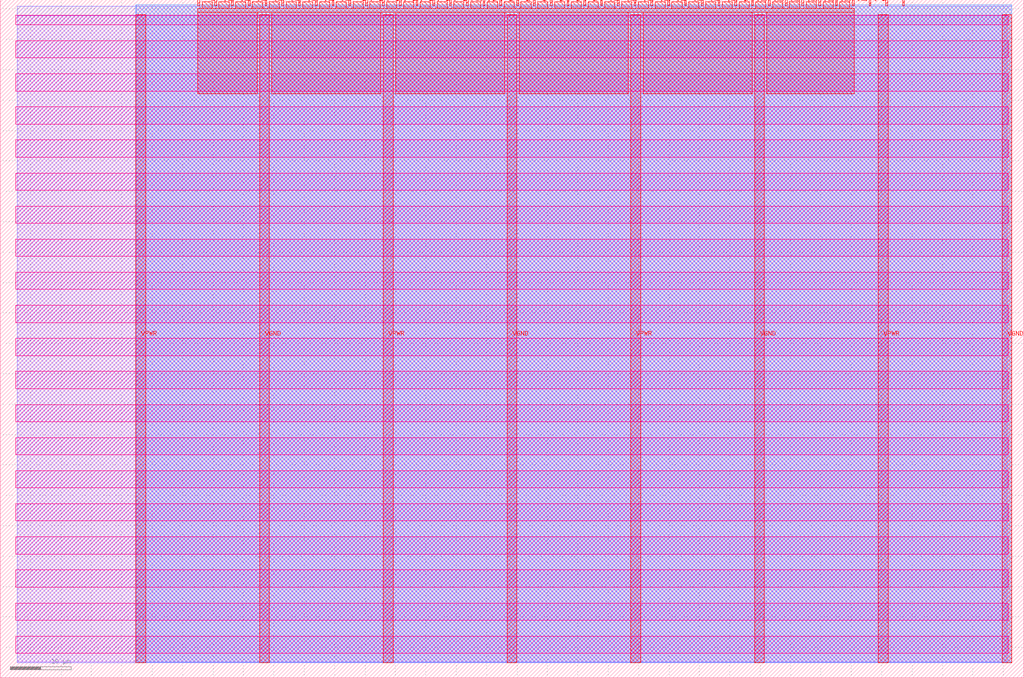
<source format=lef>
VERSION 5.7 ;
  NOWIREEXTENSIONATPIN ON ;
  DIVIDERCHAR "/" ;
  BUSBITCHARS "[]" ;
MACRO tt_um_mattngaw_fp8_dup
  CLASS BLOCK ;
  FOREIGN tt_um_mattngaw_fp8_dup ;
  ORIGIN 0.000 0.000 ;
  SIZE 168.360 BY 111.520 ;
  PIN VGND
    DIRECTION INOUT ;
    USE GROUND ;
    PORT
      LAYER met4 ;
        RECT 42.670 2.480 44.270 109.040 ;
    END
    PORT
      LAYER met4 ;
        RECT 83.380 2.480 84.980 109.040 ;
    END
    PORT
      LAYER met4 ;
        RECT 124.090 2.480 125.690 109.040 ;
    END
    PORT
      LAYER met4 ;
        RECT 164.800 2.480 166.400 109.040 ;
    END
  END VGND
  PIN VPWR
    DIRECTION INOUT ;
    USE POWER ;
    PORT
      LAYER met4 ;
        RECT 22.315 2.480 23.915 109.040 ;
    END
    PORT
      LAYER met4 ;
        RECT 63.025 2.480 64.625 109.040 ;
    END
    PORT
      LAYER met4 ;
        RECT 103.735 2.480 105.335 109.040 ;
    END
    PORT
      LAYER met4 ;
        RECT 144.445 2.480 146.045 109.040 ;
    END
  END VPWR
  PIN clk
    DIRECTION INPUT ;
    USE SIGNAL ;
    PORT
      LAYER met4 ;
        RECT 145.670 110.520 145.970 111.520 ;
    END
  END clk
  PIN ena
    DIRECTION INPUT ;
    USE SIGNAL ;
    PORT
      LAYER met4 ;
        RECT 148.430 110.520 148.730 111.520 ;
    END
  END ena
  PIN rst_n
    DIRECTION INPUT ;
    USE SIGNAL ;
    PORT
      LAYER met4 ;
        RECT 142.910 110.520 143.210 111.520 ;
    END
  END rst_n
  PIN ui_in[0]
    DIRECTION INPUT ;
    USE SIGNAL ;
    ANTENNAGATEAREA 0.196500 ;
    PORT
      LAYER met4 ;
        RECT 140.150 110.520 140.450 111.520 ;
    END
  END ui_in[0]
  PIN ui_in[1]
    DIRECTION INPUT ;
    USE SIGNAL ;
    ANTENNAGATEAREA 0.196500 ;
    PORT
      LAYER met4 ;
        RECT 137.390 110.520 137.690 111.520 ;
    END
  END ui_in[1]
  PIN ui_in[2]
    DIRECTION INPUT ;
    USE SIGNAL ;
    ANTENNAGATEAREA 0.159000 ;
    PORT
      LAYER met4 ;
        RECT 134.630 110.520 134.930 111.520 ;
    END
  END ui_in[2]
  PIN ui_in[3]
    DIRECTION INPUT ;
    USE SIGNAL ;
    ANTENNAGATEAREA 0.159000 ;
    PORT
      LAYER met4 ;
        RECT 131.870 110.520 132.170 111.520 ;
    END
  END ui_in[3]
  PIN ui_in[4]
    DIRECTION INPUT ;
    USE SIGNAL ;
    ANTENNAGATEAREA 0.196500 ;
    PORT
      LAYER met4 ;
        RECT 129.110 110.520 129.410 111.520 ;
    END
  END ui_in[4]
  PIN ui_in[5]
    DIRECTION INPUT ;
    USE SIGNAL ;
    ANTENNAGATEAREA 0.196500 ;
    PORT
      LAYER met4 ;
        RECT 126.350 110.520 126.650 111.520 ;
    END
  END ui_in[5]
  PIN ui_in[6]
    DIRECTION INPUT ;
    USE SIGNAL ;
    ANTENNAGATEAREA 0.196500 ;
    PORT
      LAYER met4 ;
        RECT 123.590 110.520 123.890 111.520 ;
    END
  END ui_in[6]
  PIN ui_in[7]
    DIRECTION INPUT ;
    USE SIGNAL ;
    ANTENNAGATEAREA 0.213000 ;
    PORT
      LAYER met4 ;
        RECT 120.830 110.520 121.130 111.520 ;
    END
  END ui_in[7]
  PIN uio_in[0]
    DIRECTION INPUT ;
    USE SIGNAL ;
    ANTENNAGATEAREA 0.196500 ;
    PORT
      LAYER met4 ;
        RECT 118.070 110.520 118.370 111.520 ;
    END
  END uio_in[0]
  PIN uio_in[1]
    DIRECTION INPUT ;
    USE SIGNAL ;
    ANTENNAGATEAREA 0.196500 ;
    PORT
      LAYER met4 ;
        RECT 115.310 110.520 115.610 111.520 ;
    END
  END uio_in[1]
  PIN uio_in[2]
    DIRECTION INPUT ;
    USE SIGNAL ;
    ANTENNAGATEAREA 0.159000 ;
    PORT
      LAYER met4 ;
        RECT 112.550 110.520 112.850 111.520 ;
    END
  END uio_in[2]
  PIN uio_in[3]
    DIRECTION INPUT ;
    USE SIGNAL ;
    ANTENNAGATEAREA 0.213000 ;
    PORT
      LAYER met4 ;
        RECT 109.790 110.520 110.090 111.520 ;
    END
  END uio_in[3]
  PIN uio_in[4]
    DIRECTION INPUT ;
    USE SIGNAL ;
    ANTENNAGATEAREA 0.126000 ;
    PORT
      LAYER met4 ;
        RECT 107.030 110.520 107.330 111.520 ;
    END
  END uio_in[4]
  PIN uio_in[5]
    DIRECTION INPUT ;
    USE SIGNAL ;
    ANTENNAGATEAREA 0.196500 ;
    PORT
      LAYER met4 ;
        RECT 104.270 110.520 104.570 111.520 ;
    END
  END uio_in[5]
  PIN uio_in[6]
    DIRECTION INPUT ;
    USE SIGNAL ;
    ANTENNAGATEAREA 0.213000 ;
    PORT
      LAYER met4 ;
        RECT 101.510 110.520 101.810 111.520 ;
    END
  END uio_in[6]
  PIN uio_in[7]
    DIRECTION INPUT ;
    USE SIGNAL ;
    ANTENNAGATEAREA 0.213000 ;
    PORT
      LAYER met4 ;
        RECT 98.750 110.520 99.050 111.520 ;
    END
  END uio_in[7]
  PIN uio_oe[0]
    DIRECTION OUTPUT TRISTATE ;
    USE SIGNAL ;
    PORT
      LAYER met4 ;
        RECT 51.830 110.520 52.130 111.520 ;
    END
  END uio_oe[0]
  PIN uio_oe[1]
    DIRECTION OUTPUT TRISTATE ;
    USE SIGNAL ;
    PORT
      LAYER met4 ;
        RECT 49.070 110.520 49.370 111.520 ;
    END
  END uio_oe[1]
  PIN uio_oe[2]
    DIRECTION OUTPUT TRISTATE ;
    USE SIGNAL ;
    PORT
      LAYER met4 ;
        RECT 46.310 110.520 46.610 111.520 ;
    END
  END uio_oe[2]
  PIN uio_oe[3]
    DIRECTION OUTPUT TRISTATE ;
    USE SIGNAL ;
    PORT
      LAYER met4 ;
        RECT 43.550 110.520 43.850 111.520 ;
    END
  END uio_oe[3]
  PIN uio_oe[4]
    DIRECTION OUTPUT TRISTATE ;
    USE SIGNAL ;
    PORT
      LAYER met4 ;
        RECT 40.790 110.520 41.090 111.520 ;
    END
  END uio_oe[4]
  PIN uio_oe[5]
    DIRECTION OUTPUT TRISTATE ;
    USE SIGNAL ;
    PORT
      LAYER met4 ;
        RECT 38.030 110.520 38.330 111.520 ;
    END
  END uio_oe[5]
  PIN uio_oe[6]
    DIRECTION OUTPUT TRISTATE ;
    USE SIGNAL ;
    PORT
      LAYER met4 ;
        RECT 35.270 110.520 35.570 111.520 ;
    END
  END uio_oe[6]
  PIN uio_oe[7]
    DIRECTION OUTPUT TRISTATE ;
    USE SIGNAL ;
    PORT
      LAYER met4 ;
        RECT 32.510 110.520 32.810 111.520 ;
    END
  END uio_oe[7]
  PIN uio_out[0]
    DIRECTION OUTPUT TRISTATE ;
    USE SIGNAL ;
    PORT
      LAYER met4 ;
        RECT 73.910 110.520 74.210 111.520 ;
    END
  END uio_out[0]
  PIN uio_out[1]
    DIRECTION OUTPUT TRISTATE ;
    USE SIGNAL ;
    PORT
      LAYER met4 ;
        RECT 71.150 110.520 71.450 111.520 ;
    END
  END uio_out[1]
  PIN uio_out[2]
    DIRECTION OUTPUT TRISTATE ;
    USE SIGNAL ;
    PORT
      LAYER met4 ;
        RECT 68.390 110.520 68.690 111.520 ;
    END
  END uio_out[2]
  PIN uio_out[3]
    DIRECTION OUTPUT TRISTATE ;
    USE SIGNAL ;
    PORT
      LAYER met4 ;
        RECT 65.630 110.520 65.930 111.520 ;
    END
  END uio_out[3]
  PIN uio_out[4]
    DIRECTION OUTPUT TRISTATE ;
    USE SIGNAL ;
    PORT
      LAYER met4 ;
        RECT 62.870 110.520 63.170 111.520 ;
    END
  END uio_out[4]
  PIN uio_out[5]
    DIRECTION OUTPUT TRISTATE ;
    USE SIGNAL ;
    PORT
      LAYER met4 ;
        RECT 60.110 110.520 60.410 111.520 ;
    END
  END uio_out[5]
  PIN uio_out[6]
    DIRECTION OUTPUT TRISTATE ;
    USE SIGNAL ;
    PORT
      LAYER met4 ;
        RECT 57.350 110.520 57.650 111.520 ;
    END
  END uio_out[6]
  PIN uio_out[7]
    DIRECTION OUTPUT TRISTATE ;
    USE SIGNAL ;
    PORT
      LAYER met4 ;
        RECT 54.590 110.520 54.890 111.520 ;
    END
  END uio_out[7]
  PIN uo_out[0]
    DIRECTION OUTPUT TRISTATE ;
    USE SIGNAL ;
    ANTENNADIFFAREA 0.445500 ;
    PORT
      LAYER met4 ;
        RECT 95.990 110.520 96.290 111.520 ;
    END
  END uo_out[0]
  PIN uo_out[1]
    DIRECTION OUTPUT TRISTATE ;
    USE SIGNAL ;
    ANTENNADIFFAREA 1.524450 ;
    PORT
      LAYER met4 ;
        RECT 93.230 110.520 93.530 111.520 ;
    END
  END uo_out[1]
  PIN uo_out[2]
    DIRECTION OUTPUT TRISTATE ;
    USE SIGNAL ;
    ANTENNADIFFAREA 0.445500 ;
    PORT
      LAYER met4 ;
        RECT 90.470 110.520 90.770 111.520 ;
    END
  END uo_out[2]
  PIN uo_out[3]
    DIRECTION OUTPUT TRISTATE ;
    USE SIGNAL ;
    ANTENNADIFFAREA 1.288000 ;
    PORT
      LAYER met4 ;
        RECT 87.710 110.520 88.010 111.520 ;
    END
  END uo_out[3]
  PIN uo_out[4]
    DIRECTION OUTPUT TRISTATE ;
    USE SIGNAL ;
    ANTENNADIFFAREA 1.242000 ;
    PORT
      LAYER met4 ;
        RECT 84.950 110.520 85.250 111.520 ;
    END
  END uo_out[4]
  PIN uo_out[5]
    DIRECTION OUTPUT TRISTATE ;
    USE SIGNAL ;
    ANTENNADIFFAREA 0.445500 ;
    PORT
      LAYER met4 ;
        RECT 82.190 110.520 82.490 111.520 ;
    END
  END uo_out[5]
  PIN uo_out[6]
    DIRECTION OUTPUT TRISTATE ;
    USE SIGNAL ;
    ANTENNADIFFAREA 1.721000 ;
    PORT
      LAYER met4 ;
        RECT 79.430 110.520 79.730 111.520 ;
    END
  END uo_out[6]
  PIN uo_out[7]
    DIRECTION OUTPUT TRISTATE ;
    USE SIGNAL ;
    ANTENNADIFFAREA 0.795200 ;
    PORT
      LAYER met4 ;
        RECT 76.670 110.520 76.970 111.520 ;
    END
  END uo_out[7]
  OBS
      LAYER nwell ;
        RECT 2.570 107.385 165.790 108.990 ;
        RECT 2.570 101.945 165.790 104.775 ;
        RECT 2.570 96.505 165.790 99.335 ;
        RECT 2.570 91.065 165.790 93.895 ;
        RECT 2.570 85.625 165.790 88.455 ;
        RECT 2.570 80.185 165.790 83.015 ;
        RECT 2.570 74.745 165.790 77.575 ;
        RECT 2.570 69.305 165.790 72.135 ;
        RECT 2.570 63.865 165.790 66.695 ;
        RECT 2.570 58.425 165.790 61.255 ;
        RECT 2.570 52.985 165.790 55.815 ;
        RECT 2.570 47.545 165.790 50.375 ;
        RECT 2.570 42.105 165.790 44.935 ;
        RECT 2.570 36.665 165.790 39.495 ;
        RECT 2.570 31.225 165.790 34.055 ;
        RECT 2.570 25.785 165.790 28.615 ;
        RECT 2.570 20.345 165.790 23.175 ;
        RECT 2.570 14.905 165.790 17.735 ;
        RECT 2.570 9.465 165.790 12.295 ;
        RECT 2.570 4.025 165.790 6.855 ;
      LAYER li1 ;
        RECT 2.760 2.635 165.600 108.885 ;
      LAYER met1 ;
        RECT 2.760 2.480 166.400 110.460 ;
      LAYER met2 ;
        RECT 22.345 2.535 166.370 110.685 ;
      LAYER met3 ;
        RECT 22.325 2.555 166.390 110.665 ;
      LAYER met4 ;
        RECT 33.210 110.120 34.870 111.170 ;
        RECT 35.970 110.120 37.630 111.170 ;
        RECT 38.730 110.120 40.390 111.170 ;
        RECT 41.490 110.120 43.150 111.170 ;
        RECT 44.250 110.120 45.910 111.170 ;
        RECT 47.010 110.120 48.670 111.170 ;
        RECT 49.770 110.120 51.430 111.170 ;
        RECT 52.530 110.120 54.190 111.170 ;
        RECT 55.290 110.120 56.950 111.170 ;
        RECT 58.050 110.120 59.710 111.170 ;
        RECT 60.810 110.120 62.470 111.170 ;
        RECT 63.570 110.120 65.230 111.170 ;
        RECT 66.330 110.120 67.990 111.170 ;
        RECT 69.090 110.120 70.750 111.170 ;
        RECT 71.850 110.120 73.510 111.170 ;
        RECT 74.610 110.120 76.270 111.170 ;
        RECT 77.370 110.120 79.030 111.170 ;
        RECT 80.130 110.120 81.790 111.170 ;
        RECT 82.890 110.120 84.550 111.170 ;
        RECT 85.650 110.120 87.310 111.170 ;
        RECT 88.410 110.120 90.070 111.170 ;
        RECT 91.170 110.120 92.830 111.170 ;
        RECT 93.930 110.120 95.590 111.170 ;
        RECT 96.690 110.120 98.350 111.170 ;
        RECT 99.450 110.120 101.110 111.170 ;
        RECT 102.210 110.120 103.870 111.170 ;
        RECT 104.970 110.120 106.630 111.170 ;
        RECT 107.730 110.120 109.390 111.170 ;
        RECT 110.490 110.120 112.150 111.170 ;
        RECT 113.250 110.120 114.910 111.170 ;
        RECT 116.010 110.120 117.670 111.170 ;
        RECT 118.770 110.120 120.430 111.170 ;
        RECT 121.530 110.120 123.190 111.170 ;
        RECT 124.290 110.120 125.950 111.170 ;
        RECT 127.050 110.120 128.710 111.170 ;
        RECT 129.810 110.120 131.470 111.170 ;
        RECT 132.570 110.120 134.230 111.170 ;
        RECT 135.330 110.120 136.990 111.170 ;
        RECT 138.090 110.120 139.750 111.170 ;
        RECT 32.495 109.440 140.465 110.120 ;
        RECT 32.495 96.055 42.270 109.440 ;
        RECT 44.670 96.055 62.625 109.440 ;
        RECT 65.025 96.055 82.980 109.440 ;
        RECT 85.380 96.055 103.335 109.440 ;
        RECT 105.735 96.055 123.690 109.440 ;
        RECT 126.090 96.055 140.465 109.440 ;
  END
END tt_um_mattngaw_fp8_dup
END LIBRARY


</source>
